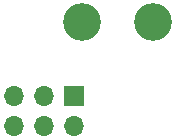
<source format=gbs>
G04 #@! TF.FileFunction,Soldermask,Bot*
%FSLAX46Y46*%
G04 Gerber Fmt 4.6, Leading zero omitted, Abs format (unit mm)*
G04 Created by KiCad (PCBNEW 4.0.6) date Fri Jul 21 15:48:13 2017*
%MOMM*%
%LPD*%
G01*
G04 APERTURE LIST*
%ADD10C,0.100000*%
%ADD11R,1.700000X1.700000*%
%ADD12O,1.700000X1.700000*%
%ADD13C,3.200000*%
G04 APERTURE END LIST*
D10*
D11*
X64135000Y-48260000D03*
D12*
X64135000Y-50800000D03*
X61595000Y-48260000D03*
X61595000Y-50800000D03*
X59055000Y-48260000D03*
X59055000Y-50800000D03*
D13*
X70770000Y-42065000D03*
X64770000Y-42065000D03*
M02*

</source>
